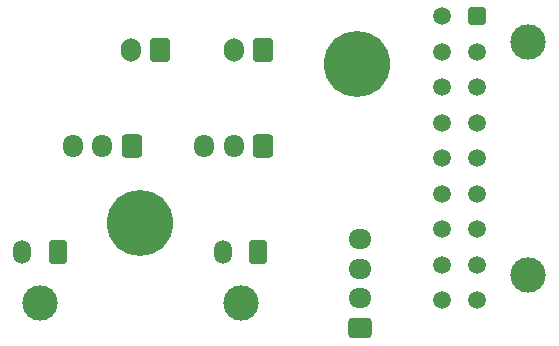
<source format=gbr>
%TF.GenerationSoftware,KiCad,Pcbnew,(6.0.6)*%
%TF.CreationDate,2022-08-05T00:51:14+02:00*%
%TF.ProjectId,toolhead_pcb,746f6f6c-6865-4616-945f-7063622e6b69,rev?*%
%TF.SameCoordinates,Original*%
%TF.FileFunction,Soldermask,Bot*%
%TF.FilePolarity,Negative*%
%FSLAX46Y46*%
G04 Gerber Fmt 4.6, Leading zero omitted, Abs format (unit mm)*
G04 Created by KiCad (PCBNEW (6.0.6)) date 2022-08-05 00:51:14*
%MOMM*%
%LPD*%
G01*
G04 APERTURE LIST*
G04 Aperture macros list*
%AMRoundRect*
0 Rectangle with rounded corners*
0 $1 Rounding radius*
0 $2 $3 $4 $5 $6 $7 $8 $9 X,Y pos of 4 corners*
0 Add a 4 corners polygon primitive as box body*
4,1,4,$2,$3,$4,$5,$6,$7,$8,$9,$2,$3,0*
0 Add four circle primitives for the rounded corners*
1,1,$1+$1,$2,$3*
1,1,$1+$1,$4,$5*
1,1,$1+$1,$6,$7*
1,1,$1+$1,$8,$9*
0 Add four rect primitives between the rounded corners*
20,1,$1+$1,$2,$3,$4,$5,0*
20,1,$1+$1,$4,$5,$6,$7,0*
20,1,$1+$1,$6,$7,$8,$9,0*
20,1,$1+$1,$8,$9,$2,$3,0*%
G04 Aperture macros list end*
%ADD10C,3.000000*%
%ADD11RoundRect,0.250001X0.499999X0.759999X-0.499999X0.759999X-0.499999X-0.759999X0.499999X-0.759999X0*%
%ADD12O,1.500000X2.020000*%
%ADD13C,5.600000*%
%ADD14RoundRect,0.250000X0.600000X0.725000X-0.600000X0.725000X-0.600000X-0.725000X0.600000X-0.725000X0*%
%ADD15O,1.700000X1.950000*%
%ADD16RoundRect,0.250000X0.725000X-0.600000X0.725000X0.600000X-0.725000X0.600000X-0.725000X-0.600000X0*%
%ADD17O,1.950000X1.700000*%
%ADD18RoundRect,0.250000X0.600000X0.750000X-0.600000X0.750000X-0.600000X-0.750000X0.600000X-0.750000X0*%
%ADD19O,1.700000X2.000000*%
%ADD20RoundRect,0.250001X-0.499999X0.499999X-0.499999X-0.499999X0.499999X-0.499999X0.499999X0.499999X0*%
%ADD21C,1.500000*%
G04 APERTURE END LIST*
D10*
%TO.C,Therm 0*%
X90500000Y-106800000D03*
D11*
X92000000Y-102480000D03*
D12*
X89000000Y-102480000D03*
%TD*%
D13*
%TO.C,REF\u002A\u002A*%
X100350000Y-86500000D03*
%TD*%
D14*
%TO.C,Neo Pixel*%
X81300000Y-93425000D03*
D15*
X78800000Y-93425000D03*
X76300000Y-93425000D03*
%TD*%
D16*
%TO.C,E-Motor*%
X100575000Y-108850000D03*
D17*
X100575000Y-106350000D03*
X100575000Y-103850000D03*
X100575000Y-101350000D03*
%TD*%
D13*
%TO.C,REF\u002A\u002A*%
X82000000Y-100000000D03*
%TD*%
D10*
%TO.C,Hotend*%
X73500000Y-106750000D03*
D11*
X75000000Y-102430000D03*
D12*
X72000000Y-102430000D03*
%TD*%
D18*
%TO.C,Fan 1*%
X92400000Y-85300000D03*
D19*
X89900000Y-85300000D03*
%TD*%
D10*
%TO.C,Breakbox In*%
X114835000Y-104360000D03*
X114835000Y-84660000D03*
D20*
X110515000Y-82500000D03*
D21*
X110515000Y-85500000D03*
X110515000Y-88500000D03*
X110515000Y-91500000D03*
X110515000Y-94500000D03*
X110515000Y-97500000D03*
X110515000Y-100500000D03*
X110515000Y-103500000D03*
X110515000Y-106500000D03*
X107515000Y-82500000D03*
X107515000Y-85500000D03*
X107515000Y-88500000D03*
X107515000Y-91500000D03*
X107515000Y-94500000D03*
X107515000Y-97500000D03*
X107515000Y-100500000D03*
X107515000Y-103500000D03*
X107515000Y-106500000D03*
%TD*%
D18*
%TO.C,Fan 0*%
X83700000Y-85300000D03*
D19*
X81200000Y-85300000D03*
%TD*%
D14*
%TO.C,Probe*%
X92400000Y-93425000D03*
D15*
X89900000Y-93425000D03*
X87400000Y-93425000D03*
%TD*%
M02*

</source>
